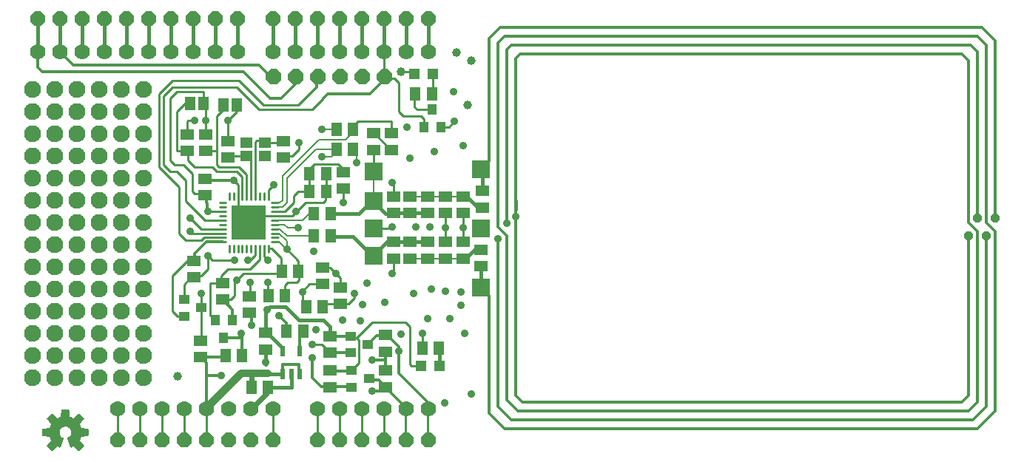
<source format=gbr>
G04 EAGLE Gerber RS-274X export*
G75*
%MOMM*%
%FSLAX34Y34*%
%LPD*%
%INTop Copper*%
%IPPOS*%
%AMOC8*
5,1,8,0,0,1.08239X$1,22.5*%
G01*
%ADD10R,4.000000X4.000000*%
%ADD11C,0.250000*%
%ADD12R,1.300000X1.500000*%
%ADD13R,1.500000X1.300000*%
%ADD14R,2.000000X2.000000*%
%ADD15R,1.400000X1.200000*%
%ADD16R,0.430000X0.280000*%
%ADD17R,1.200000X1.200000*%
%ADD18R,0.550000X1.200000*%
%ADD19C,1.000000*%
%ADD20P,1.814519X8X22.500000*%
%ADD21R,1.168400X1.600200*%
%ADD22R,1.200000X1.000000*%
%ADD23R,1.000000X1.200000*%
%ADD24C,1.778000*%
%ADD25P,1.924489X8X112.500000*%
%ADD26C,0.254000*%
%ADD27C,0.304800*%
%ADD28C,0.406400*%
%ADD29C,0.908000*%
%ADD30C,1.008000*%
%ADD31C,0.203200*%
%ADD32C,0.355600*%
%ADD33C,0.812800*%
%ADD34C,0.609600*%
%ADD35P,1.091049X8X22.500000*%
%ADD36C,1.930400*%

G36*
X42017Y12602D02*
X42017Y12602D01*
X42071Y12598D01*
X42174Y12616D01*
X42278Y12626D01*
X42330Y12645D01*
X42384Y12655D01*
X42479Y12698D01*
X42578Y12734D01*
X42623Y12765D01*
X42673Y12788D01*
X42804Y12881D01*
X48544Y17562D01*
X50376Y16618D01*
X50387Y16613D01*
X50398Y16607D01*
X50537Y16559D01*
X50674Y16509D01*
X50687Y16507D01*
X50699Y16503D01*
X50845Y16492D01*
X50991Y16477D01*
X51003Y16479D01*
X51016Y16478D01*
X51160Y16503D01*
X51305Y16525D01*
X51317Y16530D01*
X51329Y16533D01*
X51462Y16592D01*
X51598Y16650D01*
X51608Y16658D01*
X51619Y16663D01*
X51734Y16755D01*
X51850Y16844D01*
X51858Y16854D01*
X51867Y16862D01*
X51956Y16979D01*
X52046Y17094D01*
X52051Y17106D01*
X52059Y17116D01*
X52130Y17260D01*
X55775Y26060D01*
X55790Y26115D01*
X55813Y26167D01*
X55832Y26268D01*
X55859Y26367D01*
X55859Y26424D01*
X55870Y26480D01*
X55862Y26582D01*
X55864Y26685D01*
X55850Y26741D01*
X55846Y26797D01*
X55813Y26895D01*
X55789Y26994D01*
X55763Y27045D01*
X55745Y27099D01*
X55689Y27185D01*
X55641Y27275D01*
X55602Y27318D01*
X55571Y27365D01*
X55496Y27435D01*
X55427Y27511D01*
X55379Y27542D01*
X55337Y27581D01*
X55200Y27665D01*
X53938Y28340D01*
X52928Y29169D01*
X52325Y29904D01*
X52100Y30178D01*
X51484Y31330D01*
X51105Y32580D01*
X50978Y33877D01*
X51119Y35240D01*
X51534Y36544D01*
X52207Y37734D01*
X53109Y38763D01*
X54202Y39585D01*
X55440Y40167D01*
X56770Y40484D01*
X58138Y40522D01*
X59484Y40280D01*
X60752Y39769D01*
X61890Y39009D01*
X62848Y38032D01*
X63586Y36881D01*
X64074Y35603D01*
X64291Y34253D01*
X64227Y32886D01*
X63885Y31562D01*
X63280Y30335D01*
X62438Y29258D01*
X61393Y28375D01*
X60074Y27663D01*
X60030Y27631D01*
X59982Y27607D01*
X59902Y27539D01*
X59816Y27477D01*
X59781Y27436D01*
X59740Y27401D01*
X59679Y27315D01*
X59611Y27234D01*
X59588Y27185D01*
X59557Y27141D01*
X59519Y27042D01*
X59474Y26947D01*
X59463Y26894D01*
X59444Y26844D01*
X59432Y26739D01*
X59412Y26635D01*
X59415Y26581D01*
X59409Y26528D01*
X59424Y26423D01*
X59429Y26318D01*
X59446Y26266D01*
X59453Y26213D01*
X59505Y26060D01*
X63150Y17260D01*
X63157Y17249D01*
X63160Y17237D01*
X63235Y17111D01*
X63308Y16984D01*
X63317Y16975D01*
X63323Y16964D01*
X63427Y16861D01*
X63529Y16756D01*
X63540Y16749D01*
X63549Y16740D01*
X63675Y16666D01*
X63800Y16589D01*
X63812Y16586D01*
X63823Y16579D01*
X63964Y16539D01*
X64104Y16496D01*
X64117Y16495D01*
X64129Y16492D01*
X64276Y16488D01*
X64422Y16481D01*
X64434Y16483D01*
X64447Y16483D01*
X64589Y16515D01*
X64733Y16545D01*
X64745Y16551D01*
X64757Y16553D01*
X64904Y16618D01*
X66736Y17562D01*
X72476Y12881D01*
X72523Y12852D01*
X72564Y12816D01*
X72657Y12768D01*
X72746Y12713D01*
X72798Y12696D01*
X72847Y12671D01*
X72949Y12648D01*
X73049Y12617D01*
X73104Y12614D01*
X73157Y12602D01*
X73262Y12605D01*
X73366Y12599D01*
X73420Y12610D01*
X73475Y12611D01*
X73576Y12640D01*
X73678Y12661D01*
X73728Y12684D01*
X73781Y12700D01*
X73871Y12753D01*
X73965Y12798D01*
X74007Y12833D01*
X74055Y12861D01*
X74176Y12968D01*
X78553Y17345D01*
X78586Y17388D01*
X78627Y17425D01*
X78683Y17513D01*
X78747Y17596D01*
X78769Y17646D01*
X78799Y17693D01*
X78832Y17792D01*
X78874Y17888D01*
X78882Y17942D01*
X78900Y17994D01*
X78907Y18098D01*
X78924Y18202D01*
X78918Y18257D01*
X78922Y18311D01*
X78904Y18414D01*
X78894Y18518D01*
X78875Y18570D01*
X78865Y18624D01*
X78822Y18719D01*
X78786Y18818D01*
X78755Y18863D01*
X78732Y18913D01*
X78639Y19044D01*
X73958Y24784D01*
X74902Y26616D01*
X74910Y26639D01*
X74923Y26661D01*
X74982Y26810D01*
X75610Y28773D01*
X82979Y29522D01*
X83033Y29535D01*
X83088Y29538D01*
X83187Y29570D01*
X83289Y29594D01*
X83338Y29619D01*
X83390Y29636D01*
X83479Y29692D01*
X83572Y29740D01*
X83613Y29777D01*
X83659Y29806D01*
X83731Y29883D01*
X83809Y29952D01*
X83839Y29998D01*
X83877Y30038D01*
X83928Y30130D01*
X83986Y30216D01*
X84004Y30268D01*
X84031Y30316D01*
X84057Y30418D01*
X84091Y30516D01*
X84096Y30571D01*
X84110Y30624D01*
X84120Y30785D01*
X84120Y36975D01*
X84113Y37030D01*
X84116Y37085D01*
X84094Y37187D01*
X84080Y37291D01*
X84060Y37342D01*
X84049Y37396D01*
X84002Y37489D01*
X83963Y37586D01*
X83931Y37631D01*
X83906Y37680D01*
X83838Y37759D01*
X83777Y37844D01*
X83734Y37879D01*
X83698Y37920D01*
X83612Y37980D01*
X83532Y38046D01*
X83482Y38070D01*
X83437Y38101D01*
X83338Y38137D01*
X83244Y38182D01*
X83190Y38192D01*
X83138Y38211D01*
X82979Y38238D01*
X75610Y38987D01*
X74982Y40950D01*
X74972Y40972D01*
X74966Y40996D01*
X74902Y41144D01*
X73958Y42976D01*
X78639Y48716D01*
X78668Y48763D01*
X78704Y48804D01*
X78752Y48897D01*
X78807Y48986D01*
X78824Y49038D01*
X78849Y49087D01*
X78872Y49189D01*
X78903Y49289D01*
X78906Y49344D01*
X78919Y49397D01*
X78915Y49502D01*
X78921Y49606D01*
X78911Y49660D01*
X78909Y49715D01*
X78880Y49816D01*
X78860Y49918D01*
X78836Y49968D01*
X78820Y50021D01*
X78767Y50111D01*
X78722Y50205D01*
X78687Y50247D01*
X78659Y50295D01*
X78553Y50416D01*
X74176Y54793D01*
X74132Y54826D01*
X74095Y54867D01*
X74007Y54923D01*
X73924Y54987D01*
X73874Y55009D01*
X73827Y55039D01*
X73728Y55072D01*
X73632Y55114D01*
X73578Y55122D01*
X73526Y55140D01*
X73422Y55147D01*
X73318Y55164D01*
X73263Y55158D01*
X73209Y55162D01*
X73106Y55144D01*
X73002Y55134D01*
X72950Y55115D01*
X72896Y55105D01*
X72801Y55062D01*
X72702Y55026D01*
X72657Y54995D01*
X72607Y54972D01*
X72476Y54879D01*
X66736Y50198D01*
X64904Y51142D01*
X64881Y51150D01*
X64860Y51163D01*
X64710Y51222D01*
X62747Y51850D01*
X61998Y59219D01*
X61985Y59273D01*
X61982Y59328D01*
X61950Y59427D01*
X61926Y59529D01*
X61901Y59578D01*
X61884Y59630D01*
X61828Y59719D01*
X61780Y59812D01*
X61743Y59853D01*
X61714Y59899D01*
X61637Y59971D01*
X61568Y60049D01*
X61522Y60079D01*
X61482Y60117D01*
X61390Y60168D01*
X61304Y60226D01*
X61252Y60244D01*
X61204Y60271D01*
X61103Y60297D01*
X61004Y60331D01*
X60949Y60336D01*
X60896Y60350D01*
X60735Y60360D01*
X54545Y60360D01*
X54490Y60353D01*
X54435Y60356D01*
X54333Y60334D01*
X54229Y60320D01*
X54178Y60300D01*
X54125Y60289D01*
X54031Y60242D01*
X53934Y60203D01*
X53889Y60171D01*
X53840Y60146D01*
X53761Y60078D01*
X53676Y60017D01*
X53641Y59974D01*
X53600Y59938D01*
X53540Y59852D01*
X53474Y59772D01*
X53450Y59722D01*
X53419Y59677D01*
X53383Y59578D01*
X53338Y59484D01*
X53328Y59430D01*
X53309Y59378D01*
X53282Y59219D01*
X52533Y51850D01*
X50570Y51222D01*
X50548Y51212D01*
X50524Y51206D01*
X50376Y51142D01*
X48544Y50198D01*
X42804Y54879D01*
X42757Y54908D01*
X42716Y54944D01*
X42623Y54992D01*
X42534Y55047D01*
X42482Y55064D01*
X42433Y55089D01*
X42331Y55112D01*
X42231Y55143D01*
X42176Y55146D01*
X42123Y55159D01*
X42018Y55155D01*
X41914Y55161D01*
X41860Y55151D01*
X41805Y55149D01*
X41704Y55120D01*
X41602Y55100D01*
X41552Y55076D01*
X41499Y55060D01*
X41409Y55007D01*
X41315Y54962D01*
X41273Y54927D01*
X41225Y54899D01*
X41105Y54793D01*
X36728Y50416D01*
X36694Y50372D01*
X36653Y50335D01*
X36597Y50247D01*
X36533Y50164D01*
X36511Y50114D01*
X36481Y50067D01*
X36448Y49968D01*
X36406Y49872D01*
X36398Y49818D01*
X36380Y49766D01*
X36373Y49662D01*
X36356Y49558D01*
X36362Y49503D01*
X36358Y49449D01*
X36376Y49346D01*
X36386Y49242D01*
X36405Y49190D01*
X36415Y49136D01*
X36458Y49041D01*
X36494Y48942D01*
X36525Y48897D01*
X36548Y48847D01*
X36641Y48716D01*
X41322Y42976D01*
X40378Y41144D01*
X40370Y41121D01*
X40357Y41100D01*
X40298Y40950D01*
X39670Y38987D01*
X32301Y38238D01*
X32247Y38225D01*
X32192Y38222D01*
X32093Y38190D01*
X31991Y38166D01*
X31942Y38141D01*
X31890Y38124D01*
X31801Y38068D01*
X31708Y38020D01*
X31667Y37983D01*
X31621Y37954D01*
X31549Y37877D01*
X31471Y37808D01*
X31441Y37762D01*
X31403Y37722D01*
X31352Y37630D01*
X31294Y37544D01*
X31276Y37492D01*
X31249Y37444D01*
X31223Y37343D01*
X31189Y37244D01*
X31184Y37189D01*
X31170Y37136D01*
X31160Y36975D01*
X31160Y30785D01*
X31167Y30730D01*
X31165Y30675D01*
X31187Y30573D01*
X31200Y30469D01*
X31220Y30418D01*
X31231Y30365D01*
X31278Y30271D01*
X31317Y30174D01*
X31349Y30129D01*
X31374Y30080D01*
X31442Y30001D01*
X31503Y29916D01*
X31546Y29881D01*
X31582Y29840D01*
X31668Y29780D01*
X31748Y29714D01*
X31798Y29690D01*
X31844Y29659D01*
X31942Y29623D01*
X32036Y29578D01*
X32090Y29568D01*
X32142Y29549D01*
X32301Y29522D01*
X39670Y28773D01*
X40298Y26810D01*
X40308Y26788D01*
X40314Y26764D01*
X40378Y26616D01*
X41322Y24784D01*
X36641Y19044D01*
X36612Y18997D01*
X36576Y18956D01*
X36528Y18863D01*
X36473Y18774D01*
X36456Y18722D01*
X36431Y18673D01*
X36408Y18571D01*
X36377Y18471D01*
X36374Y18416D01*
X36362Y18363D01*
X36365Y18258D01*
X36359Y18154D01*
X36370Y18100D01*
X36371Y18045D01*
X36400Y17944D01*
X36421Y17842D01*
X36444Y17792D01*
X36460Y17739D01*
X36513Y17649D01*
X36558Y17555D01*
X36593Y17513D01*
X36621Y17465D01*
X36728Y17345D01*
X41105Y12968D01*
X41148Y12934D01*
X41185Y12893D01*
X41273Y12837D01*
X41356Y12773D01*
X41406Y12751D01*
X41453Y12721D01*
X41552Y12688D01*
X41648Y12646D01*
X41702Y12638D01*
X41754Y12620D01*
X41858Y12613D01*
X41962Y12596D01*
X42017Y12602D01*
G37*
D10*
X267500Y274500D03*
D11*
X250000Y248350D02*
X250000Y240850D01*
X245000Y240850D02*
X245000Y248350D01*
X241350Y252000D02*
X233850Y252000D01*
X233850Y257000D02*
X241350Y257000D01*
X241350Y262000D02*
X233850Y262000D01*
X233850Y267000D02*
X241350Y267000D01*
X241350Y272000D02*
X233850Y272000D01*
X233850Y277000D02*
X241350Y277000D01*
X241350Y282000D02*
X233850Y282000D01*
X233850Y287000D02*
X241350Y287000D01*
X241350Y292000D02*
X233850Y292000D01*
X233850Y297000D02*
X241350Y297000D01*
X245000Y300650D02*
X245000Y308150D01*
X250000Y308150D02*
X250000Y300650D01*
X255000Y300650D02*
X255000Y308150D01*
X260000Y308150D02*
X260000Y300650D01*
X265000Y300650D02*
X265000Y308150D01*
X270000Y308150D02*
X270000Y300650D01*
X275000Y300650D02*
X275000Y308150D01*
X280000Y308150D02*
X280000Y300650D01*
X285000Y300650D02*
X285000Y308150D01*
X290000Y308150D02*
X290000Y300650D01*
X293650Y297000D02*
X301150Y297000D01*
X301150Y292000D02*
X293650Y292000D01*
X293650Y287000D02*
X301150Y287000D01*
X301150Y282000D02*
X293650Y282000D01*
X293650Y277000D02*
X301150Y277000D01*
X301150Y272000D02*
X293650Y272000D01*
X293650Y267000D02*
X301150Y267000D01*
X301150Y262000D02*
X293650Y262000D01*
X293650Y257000D02*
X301150Y257000D01*
X301150Y252000D02*
X293650Y252000D01*
X255000Y248350D02*
X255000Y240850D01*
X260000Y240850D02*
X260000Y248350D01*
X265000Y248350D02*
X265000Y240850D01*
X270000Y240850D02*
X270000Y248350D01*
X275000Y248350D02*
X275000Y240850D01*
X280000Y240850D02*
X280000Y248350D01*
X285000Y248350D02*
X285000Y240850D01*
X290000Y240850D02*
X290000Y248350D01*
D12*
X361140Y259080D03*
X342140Y259080D03*
X361140Y284480D03*
X342140Y284480D03*
D13*
X472330Y233110D03*
X472330Y252110D03*
X472330Y285100D03*
X472330Y304100D03*
X452050Y233110D03*
X452050Y252110D03*
X452050Y285100D03*
X452050Y304100D03*
X492610Y233110D03*
X492610Y252110D03*
X492610Y285100D03*
X492610Y304100D03*
X512890Y233110D03*
X512890Y252110D03*
X512890Y285100D03*
X512890Y304100D03*
D12*
X337060Y330200D03*
X356060Y330200D03*
D14*
X410060Y236400D03*
X410060Y267430D03*
X410060Y298460D03*
X533170Y335290D03*
X533170Y199570D03*
X533130Y267430D03*
D15*
X286280Y350140D03*
X264280Y350140D03*
X286280Y366140D03*
X264280Y366140D03*
D13*
X307030Y367680D03*
X307030Y348680D03*
X243530Y348680D03*
X243530Y367680D03*
D12*
X386580Y380880D03*
X367580Y380880D03*
X367580Y358100D03*
X386580Y358100D03*
D13*
X430370Y357680D03*
X430370Y376680D03*
X410060Y376490D03*
X410060Y357490D03*
D14*
X410060Y332740D03*
D13*
X217020Y305460D03*
X217020Y324460D03*
D12*
X290070Y190500D03*
X309070Y190500D03*
D13*
X351600Y203860D03*
X351600Y222860D03*
D12*
X305310Y218440D03*
X324310Y218440D03*
D13*
X286730Y147910D03*
X286730Y128910D03*
X267820Y170840D03*
X267820Y189840D03*
X533210Y224140D03*
X533210Y243140D03*
X534440Y291530D03*
X534440Y310530D03*
D16*
X572620Y227340D03*
X572620Y222240D03*
X572620Y289550D03*
X572620Y294650D03*
D12*
X333250Y177800D03*
X352250Y177800D03*
D13*
X371920Y181000D03*
X371920Y200000D03*
D12*
X337060Y309880D03*
X356060Y309880D03*
D13*
X375770Y332080D03*
X375770Y313080D03*
X433000Y252110D03*
X433000Y233110D03*
X433000Y304100D03*
X433000Y285100D03*
D17*
X485900Y110070D03*
X464900Y110070D03*
D12*
X484900Y130070D03*
X465900Y130070D03*
D18*
X306600Y100949D03*
X316100Y100949D03*
X325600Y100949D03*
X325600Y126951D03*
X306600Y126951D03*
D12*
X270620Y85160D03*
X289620Y85160D03*
D19*
X185980Y97790D03*
X517450Y408940D03*
D20*
X371400Y508000D03*
X346000Y25400D03*
X396800Y508000D03*
X422200Y508000D03*
X447600Y508000D03*
X473000Y508000D03*
X346000Y508000D03*
X320600Y508000D03*
X295200Y508000D03*
X254560Y508000D03*
X229160Y508000D03*
X203760Y508000D03*
X178360Y508000D03*
X152960Y508000D03*
X127560Y508000D03*
X102160Y508000D03*
X76760Y508000D03*
X371400Y25400D03*
X396800Y25400D03*
X422200Y25400D03*
X447600Y25400D03*
X473000Y25400D03*
X295200Y25400D03*
X269800Y25400D03*
X244400Y25400D03*
X219000Y25400D03*
X193600Y25400D03*
X168200Y25400D03*
X51360Y508000D03*
X25960Y508000D03*
X142800Y25400D03*
X117400Y25400D03*
D13*
X218440Y356260D03*
X218440Y375260D03*
X196850Y375260D03*
X196850Y356260D03*
D21*
X254000Y408940D03*
X238760Y408940D03*
X200660Y410210D03*
X215900Y410210D03*
D13*
X360680Y85750D03*
X360680Y104750D03*
X360680Y125120D03*
X360680Y144120D03*
X424180Y85750D03*
X424180Y104750D03*
X424180Y145390D03*
X424180Y126390D03*
X204470Y230480D03*
X204470Y211480D03*
X237490Y205080D03*
X237490Y186080D03*
X212090Y139040D03*
X212090Y120040D03*
D12*
X259690Y121920D03*
X240690Y121920D03*
D22*
X404970Y95250D03*
X384970Y85750D03*
X384970Y104750D03*
X403700Y134620D03*
X383700Y125120D03*
X383700Y144120D03*
X213200Y176530D03*
X193200Y167030D03*
X193200Y186030D03*
D23*
X238760Y142400D03*
X229260Y162400D03*
X248260Y162400D03*
D24*
X295148Y60960D03*
X269748Y60960D03*
X244348Y60960D03*
X218948Y60960D03*
X193548Y60960D03*
X168148Y60960D03*
X142748Y60960D03*
X117348Y60960D03*
X473202Y60960D03*
X447802Y60960D03*
X422402Y60960D03*
X397002Y60960D03*
X371602Y60960D03*
X346202Y60960D03*
X26162Y469900D03*
X51562Y469900D03*
X76962Y469900D03*
X102362Y469900D03*
X127762Y469900D03*
X153162Y469900D03*
X178562Y469900D03*
X203962Y469900D03*
X229362Y469900D03*
X254762Y469900D03*
X295402Y469900D03*
X320802Y469900D03*
X346202Y469900D03*
X371602Y469900D03*
X397002Y469900D03*
X422402Y469900D03*
X447802Y469900D03*
X473202Y469900D03*
D25*
X295910Y440690D03*
X321310Y440690D03*
X346710Y440690D03*
X372110Y440690D03*
X397510Y440690D03*
X422910Y440690D03*
D17*
X477860Y444500D03*
X456860Y444500D03*
D12*
X476860Y421640D03*
X457860Y421640D03*
D23*
X477520Y403700D03*
X487020Y383700D03*
X468020Y383700D03*
D12*
X329540Y149860D03*
X310540Y149860D03*
D26*
X237600Y287000D02*
X223540Y287000D01*
X220980Y287020D01*
D27*
X360680Y144780D02*
X360680Y144120D01*
X361340Y144120D02*
X383700Y144120D01*
X361340Y144120D02*
X360680Y144780D01*
D26*
X393700Y113480D02*
X384970Y104750D01*
X393700Y113480D02*
X393700Y139700D01*
X385580Y142240D02*
X383700Y144120D01*
X391160Y142240D02*
X393700Y139700D01*
X391160Y142240D02*
X385580Y142240D01*
D27*
X384970Y104750D02*
X384360Y104140D01*
X361290Y104140D02*
X360680Y104750D01*
X361290Y104140D02*
X384360Y104140D01*
X208940Y211480D02*
X204470Y211480D01*
X248920Y163060D02*
X248260Y162400D01*
X248920Y174650D02*
X237490Y186080D01*
X248920Y174650D02*
X248920Y163060D01*
X218440Y306880D02*
X218440Y307340D01*
X218440Y306880D02*
X217020Y305460D01*
X218440Y306880D02*
X220980Y287020D01*
D26*
X203200Y213360D02*
X204470Y212090D01*
X204470Y211480D01*
X193200Y203360D02*
X193200Y186030D01*
X193200Y203360D02*
X203200Y213360D01*
X220980Y220980D02*
X220980Y236220D01*
X220980Y220980D02*
X213360Y213360D01*
X205740Y210820D02*
X205080Y211480D01*
X204470Y211480D01*
X208280Y213360D02*
X213360Y213360D01*
X208280Y213360D02*
X205740Y210820D01*
X215900Y410210D02*
X215900Y416560D01*
X218440Y414020D02*
X218440Y391160D01*
X218440Y375260D01*
X218440Y414020D02*
X215900Y416560D01*
X218440Y307340D02*
X205740Y307340D01*
X203200Y309880D01*
X203200Y330200D01*
X193040Y340360D01*
X182880Y340360D01*
X177800Y345440D01*
X177800Y416560D01*
X185420Y424180D01*
X215900Y424180D01*
X215900Y414020D02*
X215900Y410210D01*
X215900Y424180D01*
X453810Y110070D02*
X464900Y110070D01*
X453810Y110070D02*
X452120Y111760D01*
X452120Y154940D01*
X447040Y160020D01*
X408940Y160020D01*
X391160Y142240D01*
X441960Y447040D02*
X454320Y447040D01*
X456860Y444500D01*
D28*
X306600Y130280D02*
X306600Y126951D01*
X306600Y130280D02*
X292100Y144780D01*
X289560Y144780D02*
X289270Y144490D01*
X286730Y147910D01*
X289560Y144780D02*
X292100Y144780D01*
D29*
X220980Y287020D03*
X220980Y236220D03*
D30*
X441960Y447040D03*
D26*
X247040Y186080D02*
X237490Y186080D01*
X247040Y186080D02*
X251460Y190500D01*
D29*
X254000Y208280D03*
X251460Y231140D03*
D26*
X226060Y231140D01*
X220980Y236220D01*
X261620Y215900D02*
X274320Y215900D01*
X261620Y215900D02*
X254000Y208280D01*
D28*
X360680Y154940D02*
X360680Y144120D01*
X360680Y154940D02*
X353060Y162560D01*
X325120Y162560D01*
X309880Y177800D01*
X292100Y177800D01*
X288290Y173990D01*
X287020Y172720D01*
X287020Y148200D01*
X286730Y147910D01*
D29*
X288290Y173990D03*
D26*
X251460Y190500D02*
X251460Y205740D01*
X254000Y208280D01*
X290000Y244600D02*
X293880Y244600D01*
X304800Y233680D01*
X304800Y218950D01*
X305310Y218440D01*
X302770Y215900D02*
X274320Y215900D01*
X302770Y215900D02*
X305310Y218440D01*
D29*
X218440Y391160D03*
D31*
X297400Y252000D02*
X302078Y252000D01*
D28*
X572620Y289550D02*
X572620Y298450D01*
D32*
X572620Y280670D02*
X572620Y222240D01*
X572620Y280670D02*
X572620Y289550D01*
D31*
X308070Y246008D02*
X302078Y252000D01*
X391010Y342900D02*
X391010Y355210D01*
X386580Y358100D01*
X302238Y262000D02*
X297400Y262000D01*
X302238Y262000D02*
X311000Y253238D01*
X311000Y243840D01*
D26*
X492610Y267970D02*
X492610Y285100D01*
X492610Y267970D02*
X492610Y252110D01*
X512890Y268010D02*
X512890Y285100D01*
X512890Y268010D02*
X512930Y267970D01*
X512890Y267930D02*
X512890Y252110D01*
X512890Y267930D02*
X512930Y267970D01*
X533250Y267970D02*
X533670Y267970D01*
X533130Y267430D01*
X433000Y304100D02*
X433000Y318840D01*
X431800Y320040D01*
X433000Y233110D02*
X433000Y217100D01*
X431800Y215900D01*
X465900Y147280D02*
X465900Y130070D01*
X465900Y147280D02*
X465940Y147320D01*
X429990Y267430D02*
X410060Y267430D01*
X429990Y267430D02*
X431800Y269240D01*
X317560Y282000D02*
X297400Y282000D01*
X317560Y282000D02*
X321310Y285750D01*
X332740Y297180D01*
X353060Y297180D01*
X355600Y299720D01*
X355600Y309420D01*
X356060Y309880D01*
X321160Y287020D02*
X321160Y285900D01*
X321310Y285750D01*
X356060Y309880D02*
X356060Y330200D01*
X308832Y246008D02*
X308070Y246008D01*
X308832Y246008D02*
X311000Y243840D01*
X351600Y222860D02*
X360000Y222860D01*
X366880Y215980D01*
X371920Y210940D02*
X371920Y200000D01*
X371920Y210940D02*
X366880Y215980D01*
X297400Y282000D02*
X275000Y282000D01*
X267500Y274500D01*
X255000Y287000D02*
X255000Y304400D01*
X255000Y287000D02*
X267500Y274500D01*
X255000Y304400D02*
X255000Y317770D01*
X250190Y322580D01*
X270510Y156210D02*
X270360Y155090D01*
X290000Y304400D02*
X290000Y311740D01*
X295760Y317500D01*
X325120Y358140D02*
X325120Y365760D01*
D33*
X269240Y63500D02*
X269748Y62992D01*
X269748Y60960D01*
D27*
X267820Y170180D02*
X266700Y170180D01*
X267820Y170180D02*
X267820Y170840D01*
X270510Y170180D02*
X270510Y156210D01*
X270510Y170180D02*
X267820Y170180D01*
X215900Y322580D02*
X215900Y323340D01*
X217020Y324460D01*
X215900Y322580D02*
X250190Y322580D01*
D26*
X243530Y367680D02*
X243840Y375610D01*
X243840Y391160D01*
X254000Y401320D02*
X254000Y408940D01*
X254000Y401320D02*
X243840Y391160D01*
X196850Y379730D02*
X196850Y375260D01*
D28*
X102362Y508000D02*
X102160Y508000D01*
X102362Y508000D02*
X102362Y469900D01*
D34*
X269748Y60960D02*
X270510Y60960D01*
X289620Y80070D02*
X289620Y85160D01*
X289620Y80070D02*
X270510Y60960D01*
D28*
X289620Y85090D02*
X289620Y85160D01*
X316100Y85090D02*
X316100Y100949D01*
X316100Y85090D02*
X289620Y85090D01*
D26*
X487020Y383700D02*
X496580Y383700D01*
X502770Y389890D01*
D27*
X310540Y159360D02*
X310540Y149860D01*
X310540Y159360D02*
X302260Y167640D01*
D28*
X286870Y114300D02*
X287020Y111760D01*
X286730Y112050D02*
X286730Y128910D01*
X286730Y112050D02*
X287020Y111760D01*
D29*
X572620Y280670D03*
X514200Y147320D03*
X391010Y342900D03*
X502770Y389890D03*
X295760Y317500D03*
X479910Y355600D03*
X492610Y195580D03*
X476100Y198120D03*
X510390Y194350D03*
D30*
X521820Y459740D03*
D29*
X512930Y361950D03*
X451970Y347980D03*
X533250Y267970D03*
X512930Y267970D03*
X492610Y267970D03*
X474830Y269240D03*
X458320Y269240D03*
X455780Y193080D03*
X510390Y179070D03*
X497690Y163830D03*
X465940Y147320D03*
X472290Y163830D03*
X448160Y383540D03*
X321160Y287020D03*
X341480Y241300D03*
X311000Y243840D03*
X422760Y182880D03*
X394820Y161290D03*
X402440Y204470D03*
X344020Y151130D03*
X286870Y114300D03*
X366880Y215980D03*
X374380Y162640D03*
X397360Y180340D03*
X491340Y67310D03*
X521820Y77470D03*
X501500Y424180D03*
D30*
X505310Y468630D03*
D29*
X441810Y146050D03*
X431800Y320040D03*
X431800Y215900D03*
X431800Y269240D03*
X250190Y322580D03*
X270510Y156210D03*
X325120Y365760D03*
X243840Y391160D03*
X205740Y391160D03*
X302260Y167640D03*
D26*
X317500Y350520D02*
X325120Y358140D01*
X317500Y350520D02*
X308870Y350520D01*
X307030Y348680D01*
X324310Y230530D02*
X324310Y218440D01*
X324310Y230530D02*
X311000Y243840D01*
X309070Y202390D02*
X309070Y190500D01*
X309070Y202390D02*
X312420Y205740D01*
X322580Y205740D01*
X325120Y208280D01*
X325120Y217630D01*
X324310Y218440D01*
X196850Y379730D02*
X196850Y389890D01*
X198120Y391160D01*
X205740Y391160D01*
D31*
X297400Y267000D02*
X303080Y267000D01*
X311000Y259080D01*
X342140Y259080D01*
X328920Y277000D02*
X297400Y277000D01*
X328920Y277000D02*
X336400Y284480D01*
X342140Y284480D01*
X452050Y252110D02*
X472330Y252110D01*
X361800Y258420D02*
X361140Y259080D01*
D28*
X410060Y236400D02*
X415570Y236830D01*
X433000Y252110D02*
X472330Y252110D01*
X415570Y241730D02*
X415570Y236830D01*
X415570Y241730D02*
X426570Y252730D01*
X437120Y252730D01*
X433000Y252110D01*
X386590Y258420D02*
X361800Y258420D01*
X386590Y258420D02*
X401170Y243840D01*
X408790Y243840D01*
X410060Y242570D01*
D31*
X410060Y241730D02*
X415570Y241730D01*
X410060Y241730D02*
X410060Y242570D01*
X309070Y368680D02*
X307030Y367680D01*
D26*
X306030Y368680D01*
X275000Y366440D02*
X275000Y304400D01*
X275000Y366440D02*
X276860Y368300D01*
X285900Y368300D01*
X286280Y366140D01*
X307030Y366140D01*
X307030Y367680D01*
X264280Y350140D02*
X247530Y350140D01*
X243530Y348680D01*
X270000Y346960D02*
X270000Y304400D01*
X270000Y346960D02*
X264280Y350140D01*
D31*
X297400Y292000D02*
X305820Y292000D01*
X311000Y297180D01*
X311000Y325120D01*
X343980Y358100D01*
X367580Y358100D01*
X366880Y358140D01*
X367580Y380880D02*
X351466Y380880D01*
X351212Y349932D02*
X361912Y349932D01*
X367580Y358100D01*
D29*
X351212Y349932D03*
X351466Y380880D03*
D31*
X303200Y297000D02*
X297400Y297000D01*
X303200Y297000D02*
X305920Y299720D01*
X305920Y327660D01*
X347750Y369490D01*
X378230Y369490D01*
X387200Y378460D01*
X386580Y380880D01*
D27*
X388500Y385960D01*
D26*
X392430Y389890D01*
X430530Y389890D01*
X430530Y376520D02*
X430530Y375920D01*
X430530Y376520D02*
X430370Y376680D01*
X430530Y376520D02*
X430530Y389890D01*
D27*
X411480Y375920D02*
X410910Y376490D01*
X410060Y376490D01*
D26*
X430530Y357520D02*
X430530Y356870D01*
X430530Y357520D02*
X430370Y357680D01*
X430530Y356870D02*
X411480Y375920D01*
D31*
X361800Y285140D02*
X361140Y284480D01*
X410060Y298460D02*
X410060Y332740D01*
D28*
X452050Y285100D02*
X472330Y285100D01*
X452050Y285100D02*
X433000Y285100D01*
X393550Y284480D02*
X361140Y284480D01*
X393550Y284480D02*
X402440Y293370D01*
X404970Y293370D01*
X410060Y298460D01*
D26*
X410060Y332740D02*
X410060Y357490D01*
D28*
X410060Y298460D02*
X410200Y298460D01*
X424180Y284480D01*
X432380Y284480D01*
X433000Y285100D01*
D26*
X231140Y355600D02*
X231140Y396240D01*
X238760Y403860D01*
X238760Y408940D01*
X230480Y356260D02*
X218440Y356260D01*
X230480Y356260D02*
X231140Y355600D01*
X231140Y340360D01*
X233680Y337820D01*
X256540Y337820D01*
X265000Y329360D02*
X265000Y304400D01*
X265000Y329360D02*
X256540Y337820D01*
X198120Y357530D02*
X198120Y358140D01*
X198120Y357530D02*
X196850Y356260D01*
X198120Y345440D02*
X205740Y337820D01*
X198120Y345440D02*
X198120Y357530D01*
X196850Y356260D02*
X185420Y356260D01*
X200660Y410210D02*
X199390Y415290D01*
X185420Y401320D02*
X185420Y356260D01*
X185420Y401320D02*
X199390Y415290D01*
X260000Y326740D02*
X260000Y304400D01*
X260000Y326740D02*
X254000Y332740D01*
X231140Y332740D01*
X226060Y337820D01*
X205740Y337820D01*
X217310Y277000D02*
X237600Y277000D01*
X217310Y277000D02*
X195580Y298730D01*
X195580Y322580D01*
X185420Y332740D01*
X177800Y332740D01*
X170180Y340360D01*
X170180Y419100D01*
X180340Y429260D01*
X254000Y429260D01*
X279400Y403860D01*
X340360Y403860D01*
X353060Y416560D01*
D27*
X358140Y421640D01*
X406400Y421640D01*
X422910Y440690D02*
X421640Y441960D01*
X421640Y436880D02*
X406400Y421640D01*
X421640Y436880D02*
X421640Y441960D01*
D26*
X422402Y441198D02*
X422402Y469900D01*
X422402Y441198D02*
X422910Y440690D01*
D28*
X422402Y508000D02*
X422200Y508000D01*
X422402Y508000D02*
X422402Y469900D01*
D26*
X439420Y401320D02*
X444500Y396240D01*
X439420Y401320D02*
X439420Y434340D01*
X434340Y439420D01*
X424180Y439420D01*
X422910Y440690D01*
X444500Y396240D02*
X464820Y396240D01*
X468020Y393040D02*
X468020Y383700D01*
X468020Y393040D02*
X464820Y396240D01*
D27*
X383700Y124620D02*
X383540Y124460D01*
X383700Y124620D02*
X383700Y125120D01*
X382880Y125120D02*
X360680Y125120D01*
X382880Y125120D02*
X383540Y124460D01*
D26*
X237600Y267000D02*
X213060Y267000D01*
X200660Y279400D01*
X351180Y134620D02*
X360680Y125120D01*
X351180Y134620D02*
X340360Y134620D01*
D29*
X200660Y279400D03*
X340360Y134620D03*
D27*
X385580Y86360D02*
X386080Y86360D01*
X385580Y86360D02*
X384970Y85750D01*
X361290Y86360D02*
X360680Y85750D01*
X361290Y86360D02*
X385580Y86360D01*
X361290Y86360D02*
X350520Y86360D01*
X340360Y96520D01*
X340360Y119380D01*
D26*
X237600Y262000D02*
X202820Y262000D01*
X200660Y264160D01*
D29*
X340360Y119380D03*
X200660Y264160D03*
D26*
X216360Y257000D02*
X237600Y257000D01*
X216360Y257000D02*
X213360Y254000D01*
X195580Y254000D01*
X187960Y261620D01*
X187960Y314960D01*
X165100Y337820D01*
X165100Y421640D01*
X180340Y436880D01*
X256540Y436880D01*
X284480Y408940D01*
X325120Y408940D01*
D27*
X345440Y439420D02*
X346710Y440690D01*
X345440Y429260D02*
X325120Y408940D01*
X345440Y429260D02*
X345440Y439420D01*
X237600Y252000D02*
X218980Y252000D01*
X205740Y238760D01*
X205740Y231140D02*
X205080Y230480D01*
X204470Y230480D01*
X205740Y231140D02*
X205740Y238760D01*
D26*
X193200Y167030D02*
X186030Y167030D01*
X180340Y172720D01*
X203860Y230480D02*
X200660Y233680D01*
X203860Y230480D02*
X204470Y230480D01*
X180340Y213360D02*
X180340Y172720D01*
X180340Y213360D02*
X200660Y233680D01*
X280000Y231740D02*
X280000Y244600D01*
X269240Y220980D02*
X243840Y220980D01*
X236830Y205740D02*
X236220Y205740D01*
X236830Y205740D02*
X237490Y205080D01*
X236220Y213360D02*
X243840Y220980D01*
X236220Y213360D02*
X236220Y205740D01*
X237490Y205080D02*
X223520Y205080D01*
X228760Y162400D02*
X229260Y162400D01*
X223520Y167640D02*
X223520Y205080D01*
X223520Y167640D02*
X228760Y162400D01*
X269240Y220980D02*
X280000Y231740D01*
D31*
X492610Y233110D02*
X512890Y233110D01*
X492610Y233110D02*
X472330Y233110D01*
X452050Y233110D01*
D28*
X512890Y233110D02*
X513420Y237140D01*
X519340Y237140D01*
X525400Y243200D01*
X533150Y243200D01*
X533210Y243140D01*
D31*
X512890Y304100D02*
X492610Y304100D01*
X472330Y304100D01*
X452050Y304100D01*
D28*
X512890Y304100D02*
X517000Y304100D01*
X527900Y293200D01*
X532770Y293200D01*
X534440Y291530D01*
D32*
X542060Y55960D02*
X559920Y38100D01*
X1100940Y38100D01*
X1121260Y58420D01*
X1121260Y264160D01*
X1111100Y274320D01*
X1111100Y477520D01*
X1100940Y487680D01*
X559920Y487680D01*
X552300Y480060D01*
X552300Y269240D01*
X562460Y259080D01*
X562460Y71120D01*
X575160Y58420D01*
X1090780Y58420D01*
X1100940Y68580D01*
X1100940Y264160D01*
X1090780Y274320D01*
X1090780Y459740D01*
X1083160Y467360D01*
X577700Y467360D01*
X572620Y462280D01*
X542060Y190680D02*
X542060Y55960D01*
X542060Y190680D02*
X533170Y199570D01*
X572620Y294650D02*
X572620Y462280D01*
D28*
X533170Y224100D02*
X533170Y199570D01*
X533170Y224100D02*
X533210Y224140D01*
D32*
X542060Y485060D02*
X554840Y497840D01*
X1106020Y497840D01*
X1121260Y482600D01*
X1121260Y279400D01*
X1111100Y259080D02*
X1111100Y63500D01*
X1095860Y48260D01*
X567540Y48260D01*
X552300Y63500D01*
X552300Y255270D01*
X562460Y273050D02*
X562460Y472440D01*
X567540Y477520D01*
X1093320Y477520D01*
X1100940Y469900D01*
X1100940Y279400D01*
X1090780Y259080D02*
X1090780Y76200D01*
X1083160Y68580D01*
X580240Y68580D01*
X572620Y76200D01*
X572620Y227340D01*
X542060Y344180D02*
X542060Y485060D01*
X542060Y344180D02*
X533170Y335290D01*
X572620Y228600D02*
X572620Y227340D01*
D28*
X534440Y310530D02*
X534440Y334020D01*
X533170Y335290D01*
D35*
X1121260Y279400D03*
X1111100Y259080D03*
D29*
X552300Y255270D03*
X562460Y273050D03*
D35*
X1100940Y279400D03*
X1090780Y259080D03*
D26*
X308440Y287000D02*
X297400Y287000D01*
X308440Y287000D02*
X318620Y297180D01*
X318620Y304800D01*
X323700Y309880D01*
X337060Y309880D01*
X337060Y330200D01*
X338060Y336940D01*
X342710Y341590D01*
X369460Y341590D01*
X375770Y335280D01*
X375770Y332080D01*
D31*
X308240Y272000D02*
X297400Y272000D01*
X308240Y272000D02*
X312270Y267970D01*
X323700Y267970D01*
D26*
X337060Y203860D02*
X351600Y203860D01*
X337060Y203860D02*
X328780Y195580D01*
X328780Y194350D01*
X328780Y182270D01*
X333250Y177800D01*
D29*
X323700Y267970D03*
X328780Y194350D03*
D28*
X484900Y130070D02*
X485900Y122450D01*
X485900Y110070D01*
D26*
X219000Y50748D02*
X219000Y25400D01*
X219000Y50748D02*
X218948Y60960D01*
D27*
X212700Y120040D02*
X212090Y120040D01*
X218948Y99060D02*
X218948Y60960D01*
X218948Y99060D02*
X218948Y113792D01*
X212700Y120040D01*
X238760Y121920D02*
X240690Y121920D01*
X236880Y120040D02*
X212090Y120040D01*
X236880Y120040D02*
X238760Y121920D01*
D28*
X290211Y100949D02*
X306600Y100949D01*
X290211Y100949D02*
X289560Y101600D01*
D33*
X218948Y60960D02*
X218440Y60960D01*
X259080Y101600D02*
X269240Y101600D01*
X289560Y101600D01*
X259080Y101600D02*
X218440Y60960D01*
D27*
X306600Y100949D02*
X306600Y111760D01*
X325120Y111760D01*
X325120Y101600D02*
X325600Y101600D01*
X325600Y100949D01*
X325120Y101600D02*
X325120Y111760D01*
X325600Y99540D02*
X325120Y99060D01*
X325600Y99540D02*
X325600Y100949D01*
X424180Y126390D02*
X424180Y127000D01*
X424180Y126390D02*
X424180Y104750D01*
X424180Y116840D01*
X408940Y116840D01*
X325600Y100949D02*
X325600Y99060D01*
X236220Y99060D02*
X218948Y99060D01*
D34*
X270620Y100220D02*
X270620Y85160D01*
X270620Y100220D02*
X269240Y101600D01*
D29*
X408940Y116840D03*
X236220Y99060D03*
D26*
X447040Y54610D02*
X447040Y50800D01*
X447040Y25960D01*
X447600Y25400D01*
X447040Y50800D02*
X447802Y60960D01*
X447040Y51562D01*
D27*
X66802Y454660D02*
X51562Y469900D01*
X66802Y454660D02*
X279400Y454660D01*
X447040Y60960D02*
X447802Y60960D01*
X447040Y62890D02*
X424180Y85750D01*
X447040Y62890D02*
X447040Y60960D01*
X406240Y93980D02*
X404970Y95250D01*
X415950Y93980D02*
X424180Y85750D01*
X415950Y93980D02*
X406240Y93980D01*
X297180Y439420D02*
X295910Y440690D01*
X294640Y439420D02*
X279400Y454660D01*
X294640Y439420D02*
X297180Y439420D01*
D28*
X51562Y508000D02*
X51360Y508000D01*
X51562Y508000D02*
X51562Y469900D01*
D27*
X424180Y85750D02*
X424180Y81280D01*
X408940Y81280D01*
D29*
X408940Y81280D03*
D26*
X472440Y55880D02*
X472440Y25960D01*
X473000Y25400D01*
X473202Y55118D02*
X473202Y60960D01*
X472440Y55880D02*
X473202Y55118D01*
D27*
X261620Y447040D02*
X31242Y447040D01*
X261620Y447040D02*
X292100Y416560D01*
X304800Y416560D01*
X439420Y132080D02*
X439420Y127000D01*
X472440Y60960D02*
X473202Y60960D01*
X472440Y68580D02*
X439420Y101600D01*
X472440Y68580D02*
X472440Y60960D01*
X403700Y134620D02*
X413860Y144780D01*
X424180Y144780D01*
X424180Y145390D01*
X426720Y144780D02*
X439420Y132080D01*
X426720Y144780D02*
X424180Y144780D01*
X321310Y440690D02*
X322580Y441960D01*
X322580Y434340D02*
X304800Y416560D01*
X322580Y434340D02*
X322580Y441960D01*
D28*
X26162Y508000D02*
X25960Y508000D01*
X26162Y508000D02*
X26162Y469900D01*
D27*
X26162Y452120D01*
X31242Y447040D01*
X439420Y127000D02*
X439420Y101600D01*
D29*
X439420Y127000D03*
D27*
X238760Y142240D02*
X238760Y142400D01*
X259690Y142240D02*
X259690Y121920D01*
X259690Y142240D02*
X238760Y142240D01*
D26*
X259690Y142240D02*
X259690Y146710D01*
X259080Y147320D01*
D29*
X259080Y147320D03*
D26*
X295200Y50748D02*
X295200Y25400D01*
X295200Y50748D02*
X295148Y60960D01*
X193600Y50748D02*
X193600Y25400D01*
X193600Y50748D02*
X193548Y60960D01*
X168200Y50748D02*
X168200Y25400D01*
X168200Y50748D02*
X168148Y60960D01*
X142800Y50748D02*
X142800Y25400D01*
X142800Y50748D02*
X142748Y60960D01*
X117400Y50748D02*
X117400Y25400D01*
X117400Y50748D02*
X117348Y60960D01*
X422200Y50598D02*
X422200Y25400D01*
X422200Y50598D02*
X422402Y60960D01*
X396800Y50598D02*
X396800Y25400D01*
X396800Y50598D02*
X397002Y60960D01*
X371400Y50598D02*
X371400Y25400D01*
X371400Y50598D02*
X371602Y60960D01*
X346000Y50598D02*
X346000Y25400D01*
X346000Y50598D02*
X346202Y60960D01*
D28*
X76962Y508000D02*
X76760Y508000D01*
X76962Y508000D02*
X76962Y469900D01*
X127560Y508000D02*
X127762Y508000D01*
X127762Y469900D01*
X152960Y508000D02*
X153162Y508000D01*
X153162Y469900D01*
X178360Y508000D02*
X178562Y508000D01*
X178562Y469900D01*
X203760Y508000D02*
X203962Y508000D01*
X203962Y469900D01*
X229160Y508000D02*
X229362Y508000D01*
X229362Y469900D01*
X254560Y508000D02*
X254762Y508000D01*
X254762Y469900D01*
X295200Y508000D02*
X295402Y508000D01*
X295402Y469900D01*
X320600Y508000D02*
X320802Y508000D01*
X320802Y469900D01*
X346000Y508000D02*
X346202Y508000D01*
X346202Y469900D01*
X371400Y508000D02*
X371602Y508000D01*
X371602Y469900D01*
X396800Y508000D02*
X397002Y508000D01*
X397002Y469900D01*
X447600Y508000D02*
X447802Y508000D01*
X447802Y469900D01*
X473000Y508000D02*
X473202Y508000D01*
X473202Y469900D01*
D26*
X210820Y139700D02*
X211480Y139040D01*
X212090Y139040D01*
X213200Y142080D02*
X213200Y176530D01*
X213200Y142080D02*
X210820Y139700D01*
X213200Y176530D02*
X213200Y192880D01*
X213360Y193040D01*
D29*
X213360Y193040D03*
D36*
X20320Y426720D03*
X20320Y401320D03*
X20320Y375920D03*
X20320Y350520D03*
X20320Y325120D03*
X20320Y299720D03*
X20320Y274320D03*
X20320Y248920D03*
X20320Y223520D03*
X20320Y198120D03*
X20320Y172720D03*
X20320Y147320D03*
X20320Y121920D03*
X20320Y96520D03*
X45720Y96520D03*
X71120Y96520D03*
X71120Y121920D03*
X45720Y147320D03*
X45720Y172720D03*
X71120Y172720D03*
X71120Y147320D03*
X45720Y121920D03*
X45720Y198120D03*
X71120Y198120D03*
X71120Y223520D03*
X45720Y223520D03*
X45720Y248920D03*
X71120Y248920D03*
X71120Y274320D03*
X45720Y274320D03*
X45720Y299720D03*
X71120Y299720D03*
X71120Y325120D03*
X45720Y325120D03*
X45720Y350520D03*
X71120Y350520D03*
X71120Y375920D03*
X45720Y375920D03*
X45720Y401320D03*
X45720Y426720D03*
X71120Y426720D03*
X71120Y401320D03*
X96520Y401320D03*
X96520Y426720D03*
X96520Y375920D03*
X96520Y350520D03*
X96520Y325120D03*
X96520Y299720D03*
X96520Y274320D03*
X96520Y248920D03*
X96520Y198120D03*
X96520Y172720D03*
X96520Y121920D03*
X96520Y96520D03*
X96520Y147320D03*
X96520Y223520D03*
X121920Y426720D03*
X147320Y426720D03*
X147320Y401320D03*
X121920Y401320D03*
X121920Y375920D03*
X147320Y375920D03*
X147320Y350520D03*
X121920Y350520D03*
X121920Y325120D03*
X147320Y325120D03*
X147320Y299720D03*
X121920Y299720D03*
X121920Y274320D03*
X147320Y274320D03*
X147320Y248920D03*
X121920Y248920D03*
X121920Y223520D03*
X147320Y223520D03*
X147320Y198120D03*
X121920Y198120D03*
X121920Y172720D03*
X147320Y172720D03*
X147320Y147320D03*
X121920Y147320D03*
X121920Y121920D03*
X147320Y121920D03*
X147320Y96520D03*
X121920Y96520D03*
D26*
X477860Y425180D02*
X477860Y444500D01*
X477860Y425180D02*
X476860Y421640D01*
X459900Y403700D02*
X457200Y406400D01*
X457200Y420980D01*
X457860Y421640D01*
X459900Y403700D02*
X477520Y403700D01*
D27*
X330200Y149860D02*
X329540Y149860D01*
X325600Y145260D02*
X325600Y126951D01*
X325600Y145260D02*
X330200Y149860D01*
D26*
X275000Y236900D02*
X275000Y244600D01*
X275000Y236900D02*
X269240Y231140D01*
X266700Y231140D01*
D29*
X266700Y231140D03*
X269240Y205740D03*
D26*
X269240Y191260D01*
X267820Y189840D01*
X285000Y235700D02*
X285000Y244600D01*
X285000Y235700D02*
X289560Y231140D01*
D29*
X289560Y231140D03*
X289560Y205740D03*
D26*
X289560Y191010D01*
X290070Y190500D01*
X371920Y181000D02*
X381660Y181000D01*
X386080Y185420D01*
X388620Y187960D01*
X388620Y193040D01*
D29*
X388620Y193040D03*
D26*
X371920Y181000D02*
X355450Y181000D01*
X352250Y177800D01*
X375770Y297330D02*
X375770Y313080D01*
X375770Y297330D02*
X375920Y297180D01*
D29*
X375920Y297180D03*
M02*

</source>
